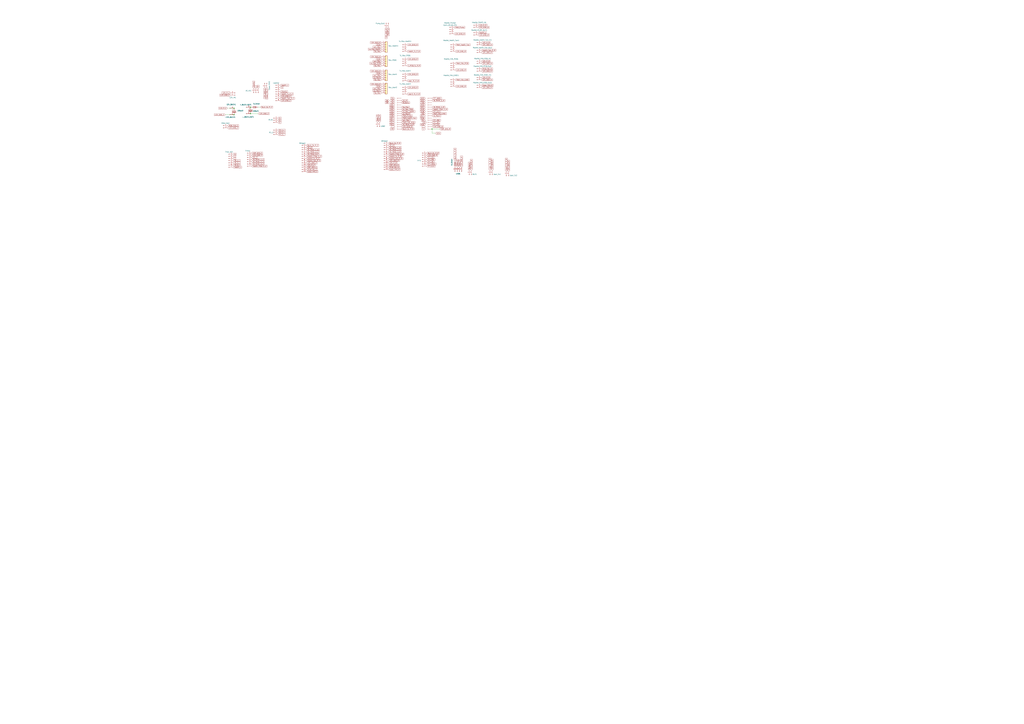
<source format=kicad_sch>
(kicad_sch (version 20250114) (generator "eeschema") (generator_version "9.0")
  (paper "A0")
  (lib_symbols
    (symbol "Conn_01x15_Socket_1" (pin_numbers (hide yes)) (pin_names (offset 1.016) (hide yes))
      (property "Reference" "J" (at 0 20.32 0))
      (property "Value" "Conn_01x15_Socket" (at 0 -20.32 0))
      (symbol "Conn_01x15_Socket_1_1_1"
        (pin passive line (at -5.08 17.78 0) (length 3.81) (name "Pin_1") (number "1"))
        (pin passive line (at -5.08 15.24 0) (length 3.81) (name "Pin_2") (number "2"))
        (pin passive line (at -5.08 12.7 0) (length 3.81) (name "Pin_3") (number "3"))
        (pin passive line (at -5.08 10.16 0) (length 3.81) (name "Pin_4") (number "4"))
        (pin passive line (at -5.08 7.62 0) (length 3.81) (name "Pin_5") (number "5"))
        (pin passive line (at -5.08 5.08 0) (length 3.81) (name "Pin_6") (number "6"))
        (pin passive line (at -5.08 2.54 0) (length 3.81) (name "Pin_7") (number "7"))
        (pin passive line (at -5.08 0 0) (length 3.81) (name "Pin_8") (number "8"))
        (pin passive line (at -5.08 -2.54 0) (length 3.81) (name "Pin_9") (number "9"))
        (pin passive line (at -5.08 -5.08 0) (length 3.81) (name "Pin_10") (number "10"))
        (pin passive line (at -5.08 -7.62 0) (length 3.81) (name "Pin_11") (number "11"))
        (pin passive line (at -5.08 -10.16 0) (length 3.81) (name "Pin_12") (number "12"))
        (pin passive line (at -5.08 -12.7 0) (length 3.81) (name "Pin_13") (number "13"))
        (pin passive line (at -5.08 -15.24 0) (length 3.81) (name "Pin_14") (number "14"))
        (pin passive line (at -5.08 -17.78 0) (length 3.81) (name "Pin_15") (number "15"))
      )
    )
    (symbol "Connector:Conn_01x01_Pin" (pin_names (offset 1.016) (hide yes))
      (property "Reference" "J" (at 0 2.54 0))
      (property "Value" "Conn_01x01_Pin" (at 0 -2.54 0))
      (symbol "Conn_01x01_Pin_1_1"
        (pin passive line (at 5.08 0 180) (length 3.81) (name "Pin_1") (number "1"))
      )
    )
    (symbol "Connector:Conn_01x02_Pin" (pin_names (offset 1.016) (hide yes))
      (property "Reference" "J" (at 0 2.54 0))
      (property "Value" "Conn_01x02_Pin" (at 0 -5.08 0))
      (symbol "Conn_01x02_Pin_1_1"
        (pin passive line (at 5.08 0 180) (length 3.81) (name "Pin_1") (number "1"))
        (pin passive line (at 5.08 -2.54 180) (length 3.81) (name "Pin_2") (number "2"))
      )
    )
    (symbol "Connector:Conn_01x03_Pin" (pin_names (offset 1.016) (hide yes))
      (property "Reference" "J" (at 0 5.08 0))
      (property "Value" "Conn_01x03_Pin" (at 0 -5.08 0))
      (symbol "Conn_01x03_Pin_1_1"
        (pin passive line (at 5.08 2.54 180) (length 3.81) (name "Pin_1") (number "1"))
        (pin passive line (at 5.08 0 180) (length 3.81) (name "Pin_2") (number "2"))
        (pin passive line (at 5.08 -2.54 180) (length 3.81) (name "Pin_3") (number "3"))
      )
    )
    (symbol "Connector:Conn_01x04_Pin" (pin_names (offset 1.016) (hide yes))
      (property "Reference" "J" (at 0 5.08 0))
      (property "Value" "Conn_01x04_Pin" (at 0 -7.62 0))
      (symbol "Conn_01x04_Pin_1_1"
        (pin passive line (at 5.08 2.54 180) (length 3.81) (name "Pin_1") (number "1"))
        (pin passive line (at 5.08 0 180) (length 3.81) (name "Pin_2") (number "2"))
        (pin passive line (at 5.08 -2.54 180) (length 3.81) (name "Pin_3") (number "3"))
        (pin passive line (at 5.08 -5.08 180) (length 3.81) (name "Pin_4") (number "4"))
      )
    )
    (symbol "Connector:Conn_01x07_Pin" (pin_names (offset 1.016) (hide yes))
      (property "Reference" "J" (at 0 10.16 0))
      (property "Value" "Conn_01x07_Pin" (at 0 -10.16 0))
      (symbol "Conn_01x07_Pin_1_1"
        (pin passive line (at 5.08 7.62 180) (length 3.81) (name "Pin_1") (number "1"))
        (pin passive line (at 5.08 5.08 180) (length 3.81) (name "Pin_2") (number "2"))
        (pin passive line (at 5.08 2.54 180) (length 3.81) (name "Pin_3") (number "3"))
        (pin passive line (at 5.08 0 180) (length 3.81) (name "Pin_4") (number "4"))
        (pin passive line (at 5.08 -2.54 180) (length 3.81) (name "Pin_5") (number "5"))
        (pin passive line (at 5.08 -5.08 180) (length 3.81) (name "Pin_6") (number "6"))
        (pin passive line (at 5.08 -7.62 180) (length 3.81) (name "Pin_7") (number "7"))
      )
    )
    (symbol "Connector:Conn_01x08_Pin" (pin_names (offset 1.016) (hide yes))
      (property "Reference" "J" (at 0 10.16 0))
      (property "Value" "Conn_01x08_Pin" (at 0 -12.7 0))
      (symbol "Conn_01x08_Pin_1_1"
        (pin passive line (at 5.08 7.62 180) (length 3.81) (name "Pin_1") (number "1"))
        (pin passive line (at 5.08 5.08 180) (length 3.81) (name "Pin_2") (number "2"))
        (pin passive line (at 5.08 2.54 180) (length 3.81) (name "Pin_3") (number "3"))
        (pin passive line (at 5.08 0 180) (length 3.81) (name "Pin_4") (number "4"))
        (pin passive line (at 5.08 -2.54 180) (length 3.81) (name "Pin_5") (number "5"))
        (pin passive line (at 5.08 -5.08 180) (length 3.81) (name "Pin_6") (number "6"))
        (pin passive line (at 5.08 -7.62 180) (length 3.81) (name "Pin_7") (number "7"))
        (pin passive line (at 5.08 -10.16 180) (length 3.81) (name "Pin_8") (number "8"))
      )
    )
    (symbol "Connector:Conn_01x13_Pin" (pin_names (offset 1.016) (hide yes))
      (property "Reference" "J" (at 0 17.78 0))
      (property "Value" "Conn_01x13_Pin" (at 0 -17.78 0))
      (symbol "Conn_01x13_Pin_1_1"
        (pin passive line (at 5.08 15.24 180) (length 3.81) (name "Pin_1") (number "1"))
        (pin passive line (at 5.08 12.7 180) (length 3.81) (name "Pin_2") (number "2"))
        (pin passive line (at 5.08 10.16 180) (length 3.81) (name "Pin_3") (number "3"))
        (pin passive line (at 5.08 7.62 180) (length 3.81) (name "Pin_4") (number "4"))
        (pin passive line (at 5.08 5.08 180) (length 3.81) (name "Pin_5") (number "5"))
        (pin passive line (at 5.08 2.54 180) (length 3.81) (name "Pin_6") (number "6"))
        (pin passive line (at 5.08 0 180) (length 3.81) (name "Pin_7") (number "7"))
        (pin passive line (at 5.08 -2.54 180) (length 3.81) (name "Pin_8") (number "8"))
        (pin passive line (at 5.08 -5.08 180) (length 3.81) (name "Pin_9") (number "9"))
        (pin passive line (at 5.08 -7.62 180) (length 3.81) (name "Pin_10") (number "10"))
        (pin passive line (at 5.08 -10.16 180) (length 3.81) (name "Pin_11") (number "11"))
        (pin passive line (at 5.08 -12.7 180) (length 3.81) (name "Pin_12") (number "12"))
        (pin passive line (at 5.08 -15.24 180) (length 3.81) (name "Pin_13") (number "13"))
      )
    )
    (symbol "Connector:Conn_01x15_Socket" (pin_numbers (hide yes)) (pin_names (offset 1.016) (hide yes))
      (property "Reference" "J" (at 0 20.32 0))
      (property "Value" "Conn_01x15_Socket" (at 0 -20.32 0))
      (symbol "Conn_01x15_Socket_1_1"
        (pin passive line (at -5.08 17.78 0) (length 3.81) (name "Pin_1") (number "1"))
        (pin passive line (at -5.08 15.24 0) (length 3.81) (name "Pin_2") (number "2"))
        (pin passive line (at -5.08 12.7 0) (length 3.81) (name "Pin_3") (number "3"))
        (pin passive line (at -5.08 10.16 0) (length 3.81) (name "Pin_4") (number "4"))
        (pin passive line (at -5.08 7.62 0) (length 3.81) (name "Pin_5") (number "5"))
        (pin passive line (at -5.08 5.08 0) (length 3.81) (name "Pin_6") (number "6"))
        (pin passive line (at -5.08 2.54 0) (length 3.81) (name "Pin_7") (number "7"))
        (pin passive line (at -5.08 0 0) (length 3.81) (name "Pin_8") (number "8"))
        (pin passive line (at -5.08 -2.54 0) (length 3.81) (name "Pin_9") (number "9"))
        (pin passive line (at -5.08 -5.08 0) (length 3.81) (name "Pin_10") (number "10"))
        (pin passive line (at -5.08 -7.62 0) (length 3.81) (name "Pin_11") (number "11"))
        (pin passive line (at -5.08 -10.16 0) (length 3.81) (name "Pin_12") (number "12"))
        (pin passive line (at -5.08 -12.7 0) (length 3.81) (name "Pin_13") (number "13"))
        (pin passive line (at -5.08 -15.24 0) (length 3.81) (name "Pin_14") (number "14"))
        (pin passive line (at -5.08 -17.78 0) (length 3.81) (name "Pin_15") (number "15"))
      )
    )
    (symbol "Connector_Generic:Conn_01x05" (pin_names (offset 1.016) (hide yes))
      (property "Reference" "J" (at 0 7.62 0))
      (property "Value" "Conn_01x05" (at 0 -7.62 0))
      (symbol "Conn_01x05_1_1"
        (pin passive line (at -5.08 5.08 0) (length 3.81) (name "Pin_1") (number "1"))
        (pin passive line (at -5.08 2.54 0) (length 3.81) (name "Pin_2") (number "2"))
        (pin passive line (at -5.08 0 0) (length 3.81) (name "Pin_3") (number "3"))
        (pin passive line (at -5.08 -2.54 0) (length 3.81) (name "Pin_4") (number "4"))
        (pin passive line (at -5.08 -5.08 0) (length 3.81) (name "Pin_5") (number "5"))
      )
    )
    (symbol "Device:C_Polarized" (pin_numbers (hide yes)) (pin_names (offset 0.254))
      (property "Reference" "C" (at 0.635 2.54 0))
      (property "Value" "C_Polarized" (at 0.635 -2.54 0))
      (symbol "C_Polarized_1_1"
        (pin passive line (at 0 3.81 270) (length 2.794) (name "~") (number "1"))
        (pin passive line (at 0 -3.81 90) (length 2.794) (name "~") (number "2"))
      )
    )
    (symbol "Device:D_Zener" (pin_numbers (hide yes)) (pin_names (offset 1.016) (hide yes))
      (property "Reference" "D" (at 0 2.54 0))
      (property "Value" "D_Zener" (at 0 -2.54 0))
      (symbol "D_Zener_1_1"
        (pin passive line (at -3.81 0 0) (length 2.54) (name "K") (number "1"))
        (pin passive line (at 3.81 0 180) (length 2.54) (name "A") (number "2"))
      )
    )
  )
  (junction (at 290.83 132.08))
  (junction (at 271.78 125.73))
  (junction (at 290.83 124.46))
  (junction (at 501.65 149.86))
  (junction (at 271.78 133.35))
  (wire (pts (xy 292.1 124.46) (xy 290.83 124.46)))
  (wire (pts (xy 299.72 124.46) (xy 302.26 124.46)))
  (wire (pts (xy 299.72 132.08) (xy 290.83 132.08)))
  (wire (pts (xy 501.65 149.86) (xy 510.54 149.86)))
  (wire (pts (xy 501.65 154.94) (xy 505.46 154.94)))
  (wire (pts (xy 261.62 133.35) (xy 271.78 133.35)))
  (wire (pts (xy 501.65 149.86) (xy 501.65 154.94)))
  (wire (pts (xy 264.16 125.73) (xy 271.78 125.73)))
  (global_label "HotAir_Fan_P_M" (shape input) (at 558.8 58.42 0) (property "Intersheetrefs" "${INTERSHEET_REFS}" (effects (hide yes))))
  (global_label "cs_Max4" (shape input) (at 501.65 134.62 0) (property "Intersheetrefs" "${INTERSHEET_REFS}" (effects (hide yes))))
  (global_label "PCB_FAN_M" (shape input) (at 450.85 194.31 0) (property "Intersheetrefs" "${INTERSHEET_REFS}" (effects (hide yes))))
  (global_label "12V_GND_M" (shape input) (at 528.32 100.33 0) (property "Intersheetrefs" "${INTERSHEET_REFS}" (effects (hide yes))))
  (global_label "12V_GND_Z" (shape input) (at 299.72 132.08 0) (property "Intersheetrefs" "${INTERSHEET_REFS}" (effects (hide yes))))
  (global_label "So_Max" (shape input) (at 443.23 76.2 180) (property "Intersheetrefs" "${INTERSHEET_REFS}" (effects (hide yes))))
  (global_label "ZC_M" (shape input) (at 450.85 168.91 0) (property "Intersheetrefs" "${INTERSHEET_REFS}" (effects (hide yes))))
  (global_label "RX0" (shape input) (at 494.03 121.92 180) (property "Intersheetrefs" "${INTERSHEET_REFS}" (effects (hide yes))))
  (global_label "PWM_HotAir_Fan" (shape input) (at 528.32 52.07 0) (property "Intersheetrefs" "${INTERSHEET_REFS}" (effects (hide yes))))
  (global_label "12V_GND_M" (shape input) (at 558.8 82.55 0) (property "Intersheetrefs" "${INTERSHEET_REFS}" (effects (hide yes))))
  (global_label "HotAir_Tc_P_Z" (shape input) (at 325.12 109.22 0) (property "Intersheetrefs" "${INTERSHEET_REFS}" (effects (hide yes))))
  (global_label "12V_GND_M" (shape input) (at 558.8 101.6 0) (property "Intersheetrefs" "${INTERSHEET_REFS}" (effects (hide yes))))
  (global_label "12V_GND_Z" (shape input) (at 325.12 116.84 0) (property "Intersheetrefs" "${INTERSHEET_REFS}" (effects (hide yes))))
  (global_label "N" (shape input) (at 299.72 102.87 90) (property "Intersheetrefs" "${INTERSHEET_REFS}" (effects (hide yes))))
  (global_label "So_Max" (shape input) (at 443.23 92.71 180) (property "Intersheetrefs" "${INTERSHEET_REFS}" (effects (hide yes))))
  (global_label "HotAir_Triak_1_M" (shape input) (at 501.65 127 0) (property "Intersheetrefs" "${INTERSHEET_REFS}" (effects (hide yes))))
  (global_label "12V_GND_M" (shape input) (at 448.31 31.75 270) (property "Intersheetrefs" "${INTERSHEET_REFS}" (effects (hide yes))))
  (global_label "TFT_CS" (shape input) (at 501.65 144.78 0) (property "Intersheetrefs" "${INTERSHEET_REFS}" (effects (hide yes))))
  (global_label "12V_GND_M" (shape input) (at 547.37 198.12 90) (property "Intersheetrefs" "${INTERSHEET_REFS}" (effects (hide yes))))
  (global_label "PUMP_p" (shape input) (at 450.85 31.75 270) (property "Intersheetrefs" "${INTERSHEET_REFS}" (effects (hide yes))))
  (global_label "D21" (shape input) (at 494.03 124.46 180) (property "Intersheetrefs" "${INTERSHEET_REFS}" (effects (hide yes))))
  (global_label "12V_GND_M" (shape input) (at 558.8 73.66 0) (property "Intersheetrefs" "${INTERSHEET_REFS}" (effects (hide yes))))
  (global_label "Data_M" (shape input) (at 440.69 142.24 90) (property "Intersheetrefs" "${INTERSHEET_REFS}" (effects (hide yes))))
  (global_label "D26" (shape input) (at 458.47 134.62 180) (property "Intersheetrefs" "${INTERSHEET_REFS}" (effects (hide yes))))
  (global_label "HotAir_Triak_1_Z" (shape input) (at 355.6 181.61 0) (property "Intersheetrefs" "${INTERSHEET_REFS}" (effects (hide yes))))
  (global_label "Buttons" (shape input) (at 544.83 198.12 90) (property "Intersheetrefs" "${INTERSHEET_REFS}" (effects (hide yes))))
  (global_label "TX0" (shape input) (at 494.03 119.38 180) (property "Intersheetrefs" "${INTERSHEET_REFS}" (effects (hide yes))))
  (global_label "VN" (shape input) (at 458.47 119.38 180) (property "Intersheetrefs" "${INTERSHEET_REFS}" (effects (hide yes))))
  (global_label "D32" (shape input) (at 458.47 127 180) (property "Intersheetrefs" "${INTERSHEET_REFS}" (effects (hide yes))))
  (global_label "sck_Max" (shape input) (at 443.23 71.12 180) (property "Intersheetrefs" "${INTERSHEET_REFS}" (effects (hide yes))))
  (global_label "Data_M" (shape input) (at 530.86 194.31 90) (property "Intersheetrefs" "${INTERSHEET_REFS}" (effects (hide yes))))
  (global_label "HotAir_Triak_1_Z" (shape input) (at 292.1 193.04 0) (property "Intersheetrefs" "${INTERSHEET_REFS}" (effects (hide yes))))
  (global_label "Case_FAN_Z" (shape input) (at 355.6 199.39 0) (property "Intersheetrefs" "${INTERSHEET_REFS}" (effects (hide yes))))
  (global_label "So_Max" (shape input) (at 443.23 59.69 180) (property "Intersheetrefs" "${INTERSHEET_REFS}" (effects (hide yes))))
  (global_label "HotAir_L" (shape input) (at 270.51 194.31 0) (property "Intersheetrefs" "${INTERSHEET_REFS}" (effects (hide yes))))
  (global_label "IR_TRIAK_2_Z" (shape input) (at 355.6 176.53 0) (property "Intersheetrefs" "${INTERSHEET_REFS}" (effects (hide yes))))
  (global_label "3.3v" (shape input) (at 443.23 100.33 180) (property "Intersheetrefs" "${INTERSHEET_REFS}" (effects (hide yes))))
  (global_label "D2" (shape input) (at 495.3 142.24 180) (property "Intersheetrefs" "${INTERSHEET_REFS}" (effects (hide yes))))
  (global_label "Data_P" (shape input) (at 438.15 142.24 90) (property "Intersheetrefs" "${INTERSHEET_REFS}" (effects (hide yes))))
  (global_label "TFT_RST" (shape input) (at 501.65 139.7 0) (property "Intersheetrefs" "${INTERSHEET_REFS}" (effects (hide yes))))
  (global_label "HotAir_Tc_P_M" (shape input) (at 472.44 59.69 0) (property "Intersheetrefs" "${INTERSHEET_REFS}" (effects (hide yes))))
  (global_label "IR_TRIAK_3_M" (shape input) (at 450.85 176.53 0) (property "Intersheetrefs" "${INTERSHEET_REFS}" (effects (hide yes))))
  (global_label "ZC_Z" (shape input) (at 292.1 182.88 0) (property "Intersheetrefs" "${INTERSHEET_REFS}" (effects (hide yes))))
  (global_label "D15" (shape input) (at 494.03 144.78 180) (property "Intersheetrefs" "${INTERSHEET_REFS}" (effects (hide yes))))
  (global_label "D27" (shape input) (at 458.47 137.16 180) (property "Intersheetrefs" "${INTERSHEET_REFS}" (effects (hide yes))))
  (global_label "HotAir_Triak_1_M" (shape input) (at 450.85 179.07 0) (property "Intersheetrefs" "${INTERSHEET_REFS}" (effects (hide yes))))
  (global_label "3.3v" (shape input) (at 505.46 154.94 0) (property "Intersheetrefs" "${INTERSHEET_REFS}" (effects (hide yes))))
  (global_label "ESP_3V3_Z" (shape input) (at 292.1 177.8 0) (property "Intersheetrefs" "${INTERSHEET_REFS}" (effects (hide yes))))
  (global_label "12V_GND_M" (shape input) (at 558.8 52.07 0) (property "Intersheetrefs" "${INTERSHEET_REFS}" (effects (hide yes))))
  (global_label "12V_GND_M" (shape input) (at 472.44 68.58 0) (property "Intersheetrefs" "${INTERSHEET_REFS}" (effects (hide yes))))
  (global_label "12V_GND_M" (shape input) (at 472.44 86.36 0) (property "Intersheetrefs" "${INTERSHEET_REFS}" (effects (hide yes))))
  (global_label "12V_GND_M" (shape input) (at 472.44 101.6 0) (property "Intersheetrefs" "${INTERSHEET_REFS}" (effects (hide yes))))
  (global_label "TFT_CS" (shape input) (at 495.3 182.88 0) (property "Intersheetrefs" "${INTERSHEET_REFS}" (effects (hide yes))))
  (global_label "User_TC_P_M" (shape input) (at 472.44 93.98 0) (property "Intersheetrefs" "${INTERSHEET_REFS}" (effects (hide yes))))
  (global_label "HotAir_Tc_P_Z" (shape input) (at 355.6 184.15 0) (property "Intersheetrefs" "${INTERSHEET_REFS}" (effects (hide yes))))
  (global_label "Data_P" (shape input) (at 533.4 194.31 90) (property "Intersheetrefs" "${INTERSHEET_REFS}" (effects (hide yes))))
  (global_label "D4" (shape input) (at 494.03 139.7 180) (property "Intersheetrefs" "${INTERSHEET_REFS}" (effects (hide yes))))
  (global_label "12V_GND_Z" (shape input) (at 307.34 101.6 270) (property "Intersheetrefs" "${INTERSHEET_REFS}" (effects (hide yes))))
  (global_label "12V_GND_M" (shape input) (at 495.3 180.34 0) (property "Intersheetrefs" "${INTERSHEET_REFS}" (effects (hide yes))))
  (global_label "PCB_FAN_Z" (shape input) (at 355.6 196.85 0) (property "Intersheetrefs" "${INTERSHEET_REFS}" (effects (hide yes))))
  (global_label "N" (shape input) (at 322.58 142.24 0) (property "Intersheetrefs" "${INTERSHEET_REFS}" (effects (hide yes))))
  (global_label "12V_GND_M" (shape input) (at 558.8 60.96 0) (property "Intersheetrefs" "${INTERSHEET_REFS}" (effects (hide yes))))
  (global_label "D19" (shape input) (at 494.03 127 180) (property "Intersheetrefs" "${INTERSHEET_REFS}" (effects (hide yes))))
  (global_label "+" (shape input) (at 494.03 149.86 180) (property "Intersheetrefs" "${INTERSHEET_REFS}" (effects (hide yes))))
  (global_label "So_Max" (shape input) (at 466.09 124.46 0) (property "Intersheetrefs" "${INTERSHEET_REFS}" (effects (hide yes))))
  (global_label "12V_GND_M" (shape input) (at 501.65 147.32 0) (property "Intersheetrefs" "${INTERSHEET_REFS}" (effects (hide yes))))
  (global_label "D16" (shape input) (at 494.03 137.16 180) (property "Intersheetrefs" "${INTERSHEET_REFS}" (effects (hide yes))))
  (global_label "Buck_5v_P_Z" (shape input) (at 355.6 168.91 0) (property "Intersheetrefs" "${INTERSHEET_REFS}" (effects (hide yes))))
  (global_label "Buck_5v_P_M" (shape input) (at 466.09 149.86 0) (property "Intersheetrefs" "${INTERSHEET_REFS}" (effects (hide yes))))
  (global_label "Case_FAN_M" (shape input) (at 558.8 99.06 0) (property "Intersheetrefs" "${INTERSHEET_REFS}" (effects (hide yes))))
  (global_label "PWM_Pump" (shape input) (at 527.05 31.75 0) (property "Intersheetrefs" "${INTERSHEET_REFS}" (effects (hide yes))))
  (global_label "IR_2_L" (shape input) (at 322.58 153.67 0) (property "Intersheetrefs" "${INTERSHEET_REFS}" (effects (hide yes))))
  (global_label "12V_GND_Z" (shape input) (at 267.97 110.49 180) (property "Intersheetrefs" "${INTERSHEET_REFS}" (effects (hide yes))))
  (global_label "L" (shape input) (at 270.51 184.15 0) (property "Intersheetrefs" "${INTERSHEET_REFS}" (effects (hide yes))))
  (global_label "D14" (shape input) (at 458.47 139.7 180) (property "Intersheetrefs" "${INTERSHEET_REFS}" (effects (hide yes))))
  (global_label "12V_GND_M" (shape input) (at 528.32 81.28 0) (property "Intersheetrefs" "${INTERSHEET_REFS}" (effects (hide yes))))
  (global_label "3.3v" (shape input) (at 443.23 85.09 180) (property "Intersheetrefs" "${INTERSHEET_REFS}" (effects (hide yes))))
  (global_label "N" (shape input) (at 325.12 101.6 0) (property "Intersheetrefs" "${INTERSHEET_REFS}" (effects (hide yes))))
  (global_label "PCB_FAN_M" (shape input) (at 558.8 80.01 0) (property "Intersheetrefs" "${INTERSHEET_REFS}" (effects (hide yes))))
  (global_label "IR_TRIAK_3_Z" (shape input) (at 355.6 179.07 0) (property "Intersheetrefs" "${INTERSHEET_REFS}" (effects (hide yes))))
  (global_label "12V_P_M" (shape input) (at 558.8 71.12 0) (property "Intersheetrefs" "${INTERSHEET_REFS}" (effects (hide yes))))
  (global_label "L" (shape input) (at 297.18 102.87 90) (property "Intersheetrefs" "${INTERSHEET_REFS}" (effects (hide yes))))
  (global_label "TFT_RST" (shape input) (at 495.3 185.42 0) (property "Intersheetrefs" "${INTERSHEET_REFS}" (effects (hide yes))))
  (global_label "PWM_HotAir_Fan" (shape input) (at 466.09 137.16 0) (property "Intersheetrefs" "${INTERSHEET_REFS}" (effects (hide yes))))
  (global_label "EN" (shape input) (at 458.47 114.3 180) (property "Intersheetrefs" "${INTERSHEET_REFS}" (effects (hide yes))))
  (global_label "12V_GND_M" (shape input) (at 590.55 199.39 90) (property "Intersheetrefs" "${INTERSHEET_REFS}" (effects (hide yes))))
  (global_label "PCB_FAN_Z" (shape input) (at 264.16 146.05 0) (property "Intersheetrefs" "${INTERSHEET_REFS}" (effects (hide yes))))
  (global_label "12V_P_M" (shape input) (at 558.8 49.53 0) (property "Intersheetrefs" "${INTERSHEET_REFS}" (effects (hide yes))))
  (global_label "HotAir_Fan_P_Z" (shape input) (at 325.12 114.3 0) (property "Intersheetrefs" "${INTERSHEET_REFS}" (effects (hide yes))))
  (global_label "IR_TRIAK_3_M" (shape input) (at 466.09 144.78 0) (property "Intersheetrefs" "${INTERSHEET_REFS}" (effects (hide yes))))
  (global_label "12V_GND_M" (shape input) (at 443.23 49.53 180) (property "Intersheetrefs" "${INTERSHEET_REFS}" (effects (hide yes))))
  (global_label "D18" (shape input) (at 494.03 129.54 180) (property "Intersheetrefs" "${INTERSHEET_REFS}" (effects (hide yes))))
  (global_label "L" (shape input) (at 270.51 181.61 0) (property "Intersheetrefs" "${INTERSHEET_REFS}" (effects (hide yes))))
  (global_label "cs_Max3" (shape input) (at 443.23 90.17 180) (property "Intersheetrefs" "${INTERSHEET_REFS}" (effects (hide yes))))
  (global_label "12V_GND_M" (shape input) (at 528.32 59.69 0) (property "Intersheetrefs" "${INTERSHEET_REFS}" (effects (hide yes))))
  (global_label "12V_GND_M" (shape input) (at 443.23 97.79 180) (property "Intersheetrefs" "${INTERSHEET_REFS}" (effects (hide yes))))
  (global_label "TFT_CLK" (shape input) (at 495.3 193.04 0) (property "Intersheetrefs" "${INTERSHEET_REFS}" (effects (hide yes))))
  (global_label "12V_GND_M" (shape input) (at 554.99 40.64 0) (property "Intersheetrefs" "${INTERSHEET_REFS}" (effects (hide yes))))
  (global_label "cs_Max3" (shape input) (at 466.09 132.08 0) (property "Intersheetrefs" "${INTERSHEET_REFS}" (effects (hide yes))))
  (global_label "PWM_FAN_CASE" (shape input) (at 528.32 92.71 0) (property "Intersheetrefs" "${INTERSHEET_REFS}" (effects (hide yes))))
  (global_label "12V_GND_M" (shape input) (at 443.23 82.55 180) (property "Intersheetrefs" "${INTERSHEET_REFS}" (effects (hide yes))))
  (global_label "PWM_FAN_PCB" (shape input) (at 528.32 73.66 0) (property "Intersheetrefs" "${INTERSHEET_REFS}" (effects (hide yes))))
  (global_label "D35" (shape input) (at 458.47 124.46 180) (property "Intersheetrefs" "${INTERSHEET_REFS}" (effects (hide yes))))
  (global_label "3.3v" (shape input) (at 443.23 68.58 180) (property "Intersheetrefs" "${INTERSHEET_REFS}" (effects (hide yes))))
  (global_label "IR_TRIAK_1_m" (shape input) (at 355.6 173.99 0) (property "Intersheetrefs" "${INTERSHEET_REFS}" (effects (hide yes))))
  (global_label "N" (shape input) (at 322.58 139.7 0) (property "Intersheetrefs" "${INTERSHEET_REFS}" (effects (hide yes))))
  (global_label "12V_GND_Z" (shape input) (at 292.1 180.34 0) (property "Intersheetrefs" "${INTERSHEET_REFS}" (effects (hide yes))))
  (global_label "12V_GND_M" (shape input) (at 443.23 66.04 180) (property "Intersheetrefs" "${INTERSHEET_REFS}" (effects (hide yes))))
  (global_label "TFT_CLK" (shape input) (at 501.65 129.54 0) (property "Intersheetrefs" "${INTERSHEET_REFS}" (effects (hide yes))))
  (global_label "Buck_5v_P_M" (shape input) (at 450.85 166.37 0) (property "Intersheetrefs" "${INTERSHEET_REFS}" (effects (hide yes))))
  (global_label "HotAir_Fan_P_M" (shape input) (at 450.85 184.15 0) (property "Intersheetrefs" "${INTERSHEET_REFS}" (effects (hide yes))))
  (global_label "12V_P_Z" (shape input) (at 355.6 191.77 0) (property "Intersheetrefs" "${INTERSHEET_REFS}" (effects (hide yes))))
  (global_label "12V_GND_M" (shape input) (at 450.85 186.69 0) (property "Intersheetrefs" "${INTERSHEET_REFS}" (effects (hide yes))))
  (global_label "IR_TRIAK_2_Z" (shape input) (at 292.1 187.96 0) (property "Intersheetrefs" "${INTERSHEET_REFS}" (effects (hide yes))))
  (global_label "Buck_5v_P_M" (shape input) (at 528.32 186.69 90) (property "Intersheetrefs" "${INTERSHEET_REFS}" (effects (hide yes))))
  (global_label "cs_Max_PCB" (shape input) (at 443.23 73.66 180) (property "Intersheetrefs" "${INTERSHEET_REFS}" (effects (hide yes))))
  (global_label "-" (shape input) (at 458.47 147.32 180) (property "Intersheetrefs" "${INTERSHEET_REFS}" (effects (hide yes))))
  (global_label "Buck_5v_P_M" (shape input) (at 495.3 177.8 0) (property "Intersheetrefs" "${INTERSHEET_REFS}" (effects (hide yes))))
  (global_label "IR_1_L" (shape input) (at 270.51 186.69 0) (property "Intersheetrefs" "${INTERSHEET_REFS}" (effects (hide yes))))
  (global_label "VIN" (shape input) (at 458.47 149.86 180) (property "Intersheetrefs" "${INTERSHEET_REFS}" (effects (hide yes))))
  (global_label "IR_2_L" (shape input) (at 270.51 189.23 0) (property "Intersheetrefs" "${INTERSHEET_REFS}" (effects (hide yes))))
  (global_label "HotAir_L" (shape input) (at 325.12 99.06 0) (property "Intersheetrefs" "${INTERSHEET_REFS}" (effects (hide yes))))
  (global_label "12V_GND_M" (shape input) (at 554.99 31.75 0) (property "Intersheetrefs" "${INTERSHEET_REFS}" (effects (hide yes))))
  (global_label "IR_TRIAK_1_M" (shape input) (at 450.85 171.45 0) (property "Intersheetrefs" "${INTERSHEET_REFS}" (effects (hide yes))))
  (global_label "12V_GND_Z" (shape input) (at 325.12 111.76 0) (property "Intersheetrefs" "${INTERSHEET_REFS}" (effects (hide yes))))
  (global_label "D12" (shape input) (at 458.47 142.24 180) (property "Intersheetrefs" "${INTERSHEET_REFS}" (effects (hide yes))))
  (global_label "Buck_5v_P_Z" (shape input) (at 302.26 124.46 0) (property "Intersheetrefs" "${INTERSHEET_REFS}" (effects (hide yes))))
  (global_label "Case_FAN_M" (shape input) (at 450.85 196.85 0) (property "Intersheetrefs" "${INTERSHEET_REFS}" (effects (hide yes))))
  (global_label "D33" (shape input) (at 458.47 129.54 180) (property "Intersheetrefs" "${INTERSHEET_REFS}" (effects (hide yes))))
  (global_label "TFT_MOSI" (shape input) (at 501.65 114.3 0) (property "Intersheetrefs" "${INTERSHEET_REFS}" (effects (hide yes))))
  (global_label "IR_TRIAK_2_M" (shape input) (at 501.65 116.84 0) (property "Intersheetrefs" "${INTERSHEET_REFS}" (effects (hide yes))))
  (global_label "ZC_Z" (shape input) (at 355.6 171.45 0) (property "Intersheetrefs" "${INTERSHEET_REFS}" (effects (hide yes))))
  (global_label "sck_Max" (shape input) (at 443.23 54.61 180) (property "Intersheetrefs" "${INTERSHEET_REFS}" (effects (hide yes))))
  (global_label "cs_Max4" (shape input) (at 443.23 105.41 180) (property "Intersheetrefs" "${INTERSHEET_REFS}" (effects (hide yes))))
  (global_label "User2_TC_P_M" (shape input) (at 588.01 199.39 90) (property "Intersheetrefs" "${INTERSHEET_REFS}" (effects (hide yes))))
  (global_label "PWM_Pump" (shape input) (at 466.09 134.62 0) (property "Intersheetrefs" "${INTERSHEET_REFS}" (effects (hide yes))))
  (global_label "cs_Max_PCB" (shape input) (at 466.09 127 0) (property "Intersheetrefs" "${INTERSHEET_REFS}" (effects (hide yes))))
  (global_label "N" (shape input) (at 270.51 179.07 0) (property "Intersheetrefs" "${INTERSHEET_REFS}" (effects (hide yes))))
  (global_label "12V_P_M" (shape input) (at 558.8 90.17 0) (property "Intersheetrefs" "${INTERSHEET_REFS}" (effects (hide yes))))
  (global_label "TFT_DC" (shape input) (at 501.65 142.24 0) (property "Intersheetrefs" "${INTERSHEET_REFS}" (effects (hide yes))))
  (global_label "HotAir_Tc_P_M" (shape input) (at 450.85 181.61 0) (property "Intersheetrefs" "${INTERSHEET_REFS}" (effects (hide yes))))
  (global_label "PUMP_p" (shape input) (at 554.99 38.1 0) (property "Intersheetrefs" "${INTERSHEET_REFS}" (effects (hide yes))))
  (global_label "D22" (shape input) (at 494.03 116.84 180) (property "Intersheetrefs" "${INTERSHEET_REFS}" (effects (hide yes))))
  (global_label "User_TC_P_M" (shape input) (at 568.96 198.12 90) (property "Intersheetrefs" "${INTERSHEET_REFS}" (effects (hide yes))))
  (global_label "cs_Max_HotAir" (shape input) (at 443.23 57.15 180) (property "Intersheetrefs" "${INTERSHEET_REFS}" (effects (hide yes))))
  (global_label "D25" (shape input) (at 458.47 132.08 180) (property "Intersheetrefs" "${INTERSHEET_REFS}" (effects (hide yes))))
  (global_label "12V_GND_Z" (shape input) (at 264.16 148.59 0) (property "Intersheetrefs" "${INTERSHEET_REFS}" (effects (hide yes))))
  (global_label "D34" (shape input) (at 458.47 121.92 180) (property "Intersheetrefs" "${INTERSHEET_REFS}" (effects (hide yes))))
  (global_label "12V_GND_M" (shape input) (at 571.5 198.12 90) (property "Intersheetrefs" "${INTERSHEET_REFS}" (effects (hide yes))))
  (global_label "-" (shape input) (at 494.03 147.32 180) (property "Intersheetrefs" "${INTERSHEET_REFS}" (effects (hide yes))))
  (global_label "12V_GND_Z" (shape input) (at 355.6 189.23 0) (property "Intersheetrefs" "${INTERSHEET_REFS}" (effects (hide yes))))
  (global_label "PWM_FAN_CASE" (shape input) (at 501.65 132.08 0) (property "Intersheetrefs" "${INTERSHEET_REFS}" (effects (hide yes))))
  (global_label "12V_GND_Z" (shape input) (at 261.62 133.35 180) (property "Intersheetrefs" "${INTERSHEET_REFS}" (effects (hide yes))))
  (global_label "N" (shape input) (at 322.58 137.16 0) (property "Intersheetrefs" "${INTERSHEET_REFS}" (effects (hide yes))))
  (global_label "ZC_M" (shape input) (at 466.09 116.84 0) (property "Intersheetrefs" "${INTERSHEET_REFS}" (effects (hide yes))))
  (global_label "Ziemia" (shape input) (at 294.64 102.87 90) (property "Intersheetrefs" "${INTERSHEET_REFS}" (effects (hide yes))))
  (global_label "12V_GND_M" (shape input) (at 472.44 52.07 0) (property "Intersheetrefs" "${INTERSHEET_REFS}" (effects (hide yes))))
  (global_label "PWM_FAN_PCB" (shape input) (at 466.09 142.24 0) (property "Intersheetrefs" "${INTERSHEET_REFS}" (effects (hide yes))))
  (global_label "D17" (shape input) (at 494.03 134.62 180) (property "Intersheetrefs" "${INTERSHEET_REFS}" (effects (hide yes))))
  (global_label "ESP_3V3_M" (shape input) (at 450.85 191.77 0) (property "Intersheetrefs" "${INTERSHEET_REFS}" (effects (hide yes))))
  (global_label "So_Max" (shape input) (at 443.23 107.95 180) (property "Intersheetrefs" "${INTERSHEET_REFS}" (effects (hide yes))))
  (global_label "cs_Max_HotAir" (shape input) (at 466.09 129.54 0) (property "Intersheetrefs" "${INTERSHEET_REFS}" (effects (hide yes))))
  (global_label "3.3v" (shape input) (at 443.23 52.07 180) (property "Intersheetrefs" "${INTERSHEET_REFS}" (effects (hide yes))))
  (global_label "IR_3_L" (shape input) (at 322.58 156.21 0) (property "Intersheetrefs" "${INTERSHEET_REFS}" (effects (hide yes))))
  (global_label "Ziemia" (shape input) (at 325.12 106.68 0) (property "Intersheetrefs" "${INTERSHEET_REFS}" (effects (hide yes))))
  (global_label "1_PCB_Tc_P_M" (shape input) (at 472.44 76.2 0) (property "Intersheetrefs" "${INTERSHEET_REFS}" (effects (hide yes))))
  (global_label "IR_TRIAK_1_Z" (shape input) (at 292.1 185.42 0) (property "Intersheetrefs" "${INTERSHEET_REFS}" (effects (hide yes))))
  (global_label "IR_TRIAK_3_Z" (shape input) (at 292.1 190.5 0) (property "Intersheetrefs" "${INTERSHEET_REFS}" (effects (hide yes))))
  (global_label "Case_FAN_Z" (shape input) (at 309.88 101.6 270) (property "Intersheetrefs" "${INTERSHEET_REFS}" (effects (hide yes))))
  (global_label "IR_1_L" (shape input) (at 322.58 151.13 0) (property "Intersheetrefs" "${INTERSHEET_REFS}" (effects (hide yes))))
  (global_label "12V_GND_M" (shape input) (at 558.8 92.71 0) (property "Intersheetrefs" "${INTERSHEET_REFS}" (effects (hide yes))))
  (global_label "12V_GND_M" (shape input) (at 535.94 194.31 90) (property "Intersheetrefs" "${INTERSHEET_REFS}" (effects (hide yes))))
  (global_label "12V_GND_M" (shape input) (at 527.05 39.37 0) (property "Intersheetrefs" "${INTERSHEET_REFS}" (effects (hide yes))))
  (global_label "TFT_MOSI" (shape input) (at 495.3 190.5 0) (property "Intersheetrefs" "${INTERSHEET_REFS}" (effects (hide yes))))
  (global_label "12V_P_Z" (shape input) (at 264.16 125.73 180) (property "Intersheetrefs" "${INTERSHEET_REFS}" (effects (hide yes))))
  (global_label "12V_P_Z" (shape input) (at 267.97 107.95 180) (property "Intersheetrefs" "${INTERSHEET_REFS}" (effects (hide yes))))
  (global_label "sck_Max" (shape input) (at 443.23 87.63 180) (property "Intersheetrefs" "${INTERSHEET_REFS}" (effects (hide yes))))
  (global_label "ESP_3V3_M" (shape input) (at 510.54 149.86 0) (property "Intersheetrefs" "${INTERSHEET_REFS}" (effects (hide yes))))
  (global_label "39" (shape input) (at 452.12 119.38 180) (property "Intersheetrefs" "${INTERSHEET_REFS}" (effects (hide yes))))
  (global_label "D23" (shape input) (at 494.03 114.3 180) (property "Intersheetrefs" "${INTERSHEET_REFS}" (effects (hide yes))))
  (global_label "User2_TC_P_M" (shape input) (at 472.44 109.22 0) (property "Intersheetrefs" "${INTERSHEET_REFS}" (effects (hide yes))))
  (global_label "12V_P_M" (shape input) (at 554.99 29.21 0) (property "Intersheetrefs" "${INTERSHEET_REFS}" (effects (hide yes))))
  (global_label "IR_3_L" (shape input) (at 270.51 191.77 0) (property "Intersheetrefs" "${INTERSHEET_REFS}" (effects (hide yes))))
  (global_label "sck_Max" (shape input) (at 466.09 139.7 0) (property "Intersheetrefs" "${INTERSHEET_REFS}" (effects (hide yes))))
  (global_label "IR_TRIAK_1_M" (shape input) (at 501.65 124.46 0) (property "Intersheetrefs" "${INTERSHEET_REFS}" (effects (hide yes))))
  (global_label "ESP_3V3_Z" (shape input) (at 355.6 194.31 0) (property "Intersheetrefs" "${INTERSHEET_REFS}" (effects (hide yes))))
  (global_label "IR_TRIAK_2_M" (shape input) (at 450.85 173.99 0) (property "Intersheetrefs" "${INTERSHEET_REFS}" (effects (hide yes))))
  (global_label "Buttons" (shape input) (at 466.09 119.38 0) (property "Intersheetrefs" "${INTERSHEET_REFS}" (effects (hide yes))))
  (global_label "D13" (shape input) (at 458.47 144.78 180) (property "Intersheetrefs" "${INTERSHEET_REFS}" (effects (hide yes))))
  (global_label "VP" (shape input) (at 458.47 116.84 180) (property "Intersheetrefs" "${INTERSHEET_REFS}" (effects (hide yes))))
  (global_label "sck_Max" (shape input) (at 443.23 102.87 180) (property "Intersheetrefs" "${INTERSHEET_REFS}" (effects (hide yes))))
  (global_label "TFT_DC" (shape input) (at 495.3 187.96 0) (property "Intersheetrefs" "${INTERSHEET_REFS}" (effects (hide yes))))
  (global_label "12V_GND_M" (shape input) (at 466.09 147.32 0) (property "Intersheetrefs" "${INTERSHEET_REFS}" (effects (hide yes))))
  (global_label "D5" (shape input) (at 494.03 132.08 180) (property "Intersheetrefs" "${INTERSHEET_REFS}" (effects (hide yes))))
  (global_label "12V_P_M" (shape input) (at 450.85 189.23 0) (property "Intersheetrefs" "${INTERSHEET_REFS}" (effects (hide yes))))
  (global_label "HotAir_Fan_P_Z" (shape input) (at 355.6 186.69 0) (property "Intersheetrefs" "${INTERSHEET_REFS}" (effects (hide yes))))
  (global_label "36" (shape input) (at 452.12 116.84 180) (property "Intersheetrefs" "${INTERSHEET_REFS}" (effects (hide yes))))
  (symbol (lib_id "Connector:Conn_01x02_Pin") (at 553.72 90.17 0) (unit 1)
    (property "Reference" "Mosfet_FAN_CASE_In1" (at 560.324 87.122 0))
    (property "Value" "Conn_01x02_Pin" (effects (hide yes)))
    (property "Footprint" "Connector_Phoenix_MC_HighVoltage:PhoenixContact_MCV_1,5_2-G-5.08_1x02_P5.08mm_Vertical" (effects (hide yes)))
    (property "Description" "Generic connector, single row, 01x02, script generated" (effects (hide yes)))
  )
  (symbol (lib_id "Connector_Generic:Conn_01x05") (at 448.31 54.61 0) (unit 1)
    (property "Reference" "Max_HotAir1" (at 450.85 53.3399 0) (effects (justify left)))
    (property "Value" "Conn_01x05" (effects (hide yes)))
    (property "Footprint" "Connector_PinHeader_2.54mm:PinHeader_1x05_P2.54mm_Vertical" (effects (hide yes)))
    (property "Description" "Generic connector, single row, 01x05, script generated (kicad-library-utils/schlib/autogen/connector/)" (effects (hide yes)))
  )
  (symbol (lib_id "Connector:Conn_01x02_Pin") (at 568.96 203.2 90) (unit 1)
    (property "Reference" "User_Tc1" (at 572.77 202.5649 90) (effects (justify right)))
    (property "Value" "Conn_01x02_Pin" (effects (hide yes)))
    (property "Footprint" "Connector_PinHeader_2.54mm:PinHeader_1x02_P2.54mm_Vertical" (effects (hide yes)))
    (property "Description" "Generic connector, single row, 01x02, script generated" (effects (hide yes)))
  )
  (symbol (lib_id "Connector:Conn_01x02_Pin") (at 553.72 80.01 0) (unit 1)
    (property "Reference" "Mosfet_FAN_PCB_Out1" (at 560.324 76.962 0))
    (property "Value" "Conn_01x02_Pin" (effects (hide yes)))
    (property "Footprint" "Connector_Phoenix_MC_HighVoltage:PhoenixContact_MCV_1,5_2-G-5.08_1x02_P5.08mm_Vertical" (effects (hide yes)))
    (property "Description" "Generic connector, single row, 01x02, script generated" (effects (hide yes)))
  )
  (symbol (lib_id "Connector:Conn_01x13_Pin") (at 445.77 181.61 0) (unit 1)
    (property "Reference" "Bridge2" (at 446.405 163.83 0))
    (property "Value" "Conn_01x13_Pin" (effects (hide yes)))
    (property "Footprint" "Connector_PinHeader_2.54mm:PinHeader_1x13_P2.54mm_Vertical" (effects (hide yes)))
    (property "Description" "Generic connector, single row, 01x13, script generated" (effects (hide yes)))
  )
  (symbol (lib_id "Connector:Conn_01x07_Pin") (at 287.02 185.42 0) (unit 1)
    (property "Reference" "Triak1" (at 287.655 175.26 0))
    (property "Value" "Conn_01x07_Pin" (effects (hide yes)))
    (property "Footprint" "Connector_PinHeader_2.54mm:PinHeader_1x07_P2.54mm_Vertical" (effects (hide yes)))
    (property "Description" "Generic connector, single row, 01x07, script generated" (effects (hide yes)))
  )
  (symbol (lib_id "Device:D_Zener") (at 295.91 124.46 180) (unit 1)
    (property "Reference" "D1" (effects (hide yes)))
    (property "Value" "D_Zener" (at 297.942 120.65 0))
    (property "Footprint" "Diode_THT:D_5W_P10.16mm_Horizontal" (effects (hide yes)))
    (property "Description" "Zener diode" (effects (hide yes)))
  )
  (symbol (lib_id "Connector:Conn_01x03_Pin") (at 297.18 107.95 90) (unit 1)
    (property "Reference" "AC_IN1" (at 288.544 105.41 90))
    (property "Value" "Conn_01x03_Pin" (effects (hide yes)))
    (property "Footprint" "Connector_Samtec_HPM_THT:Samtec_HPM-03-01-x-S_Straight_1x03_Pitch5.08mm" (effects (hide yes)))
    (property "Description" "Generic connector, single row, 01x03, script generated" (effects (hide yes)))
  )
  (symbol (lib_id "Connector:Conn_01x02_Pin") (at 544.83 203.2 90) (unit 1)
    (property "Reference" "BUT1" (at 548.64 202.5649 90) (effects (justify right)))
    (property "Value" "Conn_01x02_Pin" (effects (hide yes)))
    (property "Footprint" "Connector_PinHeader_2.54mm:PinHeader_1x02_P2.54mm_Vertical" (effects (hide yes)))
    (property "Description" "Generic connector, single row, 01x02, script generated" (effects (hide yes)))
  )
  (symbol (lib_id "Connector:Conn_01x02_Pin") (at 549.91 29.21 0) (unit 1)
    (property "Reference" "Mosfet_PUMP_IN1" (at 556.514 26.162 0))
    (property "Value" "Conn_01x02_Pin" (effects (hide yes)))
    (property "Footprint" "Connector_Phoenix_MC_HighVoltage:PhoenixContact_MCV_1,5_2-G-5.08_1x02_P5.08mm_Vertical" (effects (hide yes)))
    (property "Description" "Generic connector, single row, 01x02, script generated" (effects (hide yes)))
  )
  (symbol (lib_id "Connector:Conn_01x04_Pin") (at 523.24 95.25 0) (unit 1)
    (property "Reference" "Mosfet_FAN_CASE1" (at 523.875 87.63 0))
    (property "Value" "Conn_01x04_Pin" (effects (hide yes)))
    (property "Footprint" "Connector_PinHeader_2.54mm:PinHeader_1x04_P2.54mm_Vertical" (effects (hide yes)))
    (property "Description" "Generic connector, single row, 01x04, script generated" (effects (hide yes)))
  )
  (symbol (lib_id "Connector:Conn_01x02_Pin") (at 553.72 58.42 0) (unit 1)
    (property "Reference" "Mosfet_HotAir_Fan_Out1" (at 560.324 55.372 0))
    (property "Value" "Conn_01x02_Pin" (effects (hide yes)))
    (property "Footprint" "Connector_Phoenix_MC_HighVoltage:PhoenixContact_MCV_1,5_2-G-5.08_1x02_P5.08mm_Vertical" (effects (hide yes)))
    (property "Description" "Generic connector, single row, 01x02, script generated" (effects (hide yes)))
  )
  (symbol (lib_id "Connector:Conn_01x07_Pin") (at 265.43 186.69 0) (unit 1)
    (property "Reference" "Triak_AC1" (at 266.065 176.53 0))
    (property "Value" "Conn_01x07_Pin" (effects (hide yes)))
    (property "Footprint" "Connector_Samtec_HPM_THT:Samtec_HPM-07-01-x-S_Straight_1x07_Pitch5.08mm" (effects (hide yes)))
    (property "Description" "Generic connector, single row, 01x07, script generated" (effects (hide yes)))
  )
  (symbol (lib_id "Device:C_Polarized") (at 271.78 129.54 0) (unit 1)
    (property "Reference" "220uf2" (at 275.59 128.6509 0) (effects (justify left)))
    (property "Value" "C_Polarized" (effects (hide yes)))
    (property "Footprint" "Capacitor_THT:CP_Radial_D6.3mm_P2.50mm" (effects (hide yes)))
    (property "Description" "Polarized capacitor" (effects (hide yes)))
  )
  (symbol (lib_id "Connector:Conn_01x02_Pin") (at 553.72 71.12 0) (unit 1)
    (property "Reference" "Mosfet_FAN_PCB_In1" (at 560.324 68.072 0))
    (property "Value" "Conn_01x02_Pin" (effects (hide yes)))
    (property "Footprint" "Connector_Phoenix_MC_HighVoltage:PhoenixContact_MCV_1,5_2-G-5.08_1x02_P5.08mm_Vertical" (effects (hide yes)))
    (property "Description" "Generic connector, single row, 01x02, script generated" (effects (hide yes)))
  )
  (symbol (lib_id "Connector:Conn_01x02_Pin") (at 553.72 49.53 0) (unit 1)
    (property "Reference" "Mosfet_HotAir_Fan_In1" (at 560.324 46.482 0))
    (property "Value" "Conn_01x02_Pin" (effects (hide yes)))
    (property "Footprint" "Connector_Phoenix_MC_HighVoltage:PhoenixContact_MCV_1,5_2-G-5.08_1x02_P5.08mm_Vertical" (effects (hide yes)))
    (property "Description" "Generic connector, single row, 01x02, script generated" (effects (hide yes)))
  )
  (symbol (lib_id "Connector_Generic:Conn_01x05") (at 448.31 71.12 0) (unit 1)
    (property "Reference" "Max_PCB1" (at 450.85 69.8499 0) (effects (justify left)))
    (property "Value" "Conn_01x05" (effects (hide yes)))
    (property "Footprint" "Connector_PinHeader_2.54mm:PinHeader_1x05_P2.54mm_Vertical" (effects (hide yes)))
    (property "Description" "Generic connector, single row, 01x05, script generated (kicad-library-utils/schlib/autogen/connector/)" (effects (hide yes)))
  )
  (symbol (lib_id "Connector:Conn_01x02_Pin") (at 259.08 146.05 0) (unit 1)
    (property "Reference" "PCB_FAN1" (at 261.874 143.256 0))
    (property "Value" "Conn_01x02_Pin" (effects (hide yes)))
    (property "Footprint" "Connector_PinHeader_2.54mm:PinHeader_1x02_P2.54mm_Vertical" (effects (hide yes)))
    (property "Description" "Generic connector, single row, 01x02, script generated" (effects (hide yes)))
  )
  (symbol (lib_id "Connector:Conn_01x02_Pin") (at 588.01 204.47 90) (unit 1)
    (property "Reference" "User_Tc2" (at 591.82 203.8349 90) (effects (justify right)))
    (property "Value" "Conn_01x02_Pin" (effects (hide yes)))
    (property "Footprint" "Connector_PinHeader_2.54mm:PinHeader_1x02_P2.54mm_Vertical" (effects (hide yes)))
    (property "Description" "Generic connector, single row, 01x02, script generated" (effects (hide yes)))
  )
  (symbol (lib_id "Connector:Conn_01x04_Pin") (at 530.86 199.39 90) (unit 1)
    (property "Reference" "USB1" (at 532.13 201.93 90))
    (property "Value" "Conn_01x04_Pin" (effects (hide yes)))
    (property "Footprint" "Connector_PinHeader_2.54mm:PinHeader_1x04_P2.54mm_Vertical" (effects (hide yes)))
    (property "Description" "Generic connector, single row, 01x04, script generated" (effects (hide yes)))
  )
  (symbol (lib_id "Connector:Conn_01x01_Pin") (at 285.75 132.08 0) (unit 1)
    (property "Reference" "-_BUCK_OUT1" (at 288.036 135.89 0))
    (property "Value" "Conn_01x01_Pin" (effects (hide yes)))
    (property "Footprint" "Connector_PinHeader_2.54mm:PinHeader_1x01_P2.54mm_Vertical" (effects (hide yes)))
    (property "Description" "Generic connector, single row, 01x01, script generated" (effects (hide yes)))
  )
  (symbol (lib_id "Connector:Conn_01x02_Pin") (at 450.85 26.67 270) (unit 1)
    (property "Reference" "Pump_Out1" (at 447.04 27.3051 90) (effects (justify right)))
    (property "Value" "Conn_01x02_Pin" (effects (hide yes)))
    (property "Footprint" "Connector_PinHeader_2.54mm:PinHeader_1x02_P2.54mm_Vertical" (effects (hide yes)))
    (property "Description" "Generic connector, single row, 01x02, script generated" (effects (hide yes)))
  )
  (symbol (lib_id "Device:D_Zener") (at 528.32 190.5 270) (unit 1)
    (property "Reference" "D2" (effects (hide yes)))
    (property "Value" "D_Zener" (at 524.51 188.468 0))
    (property "Footprint" "Diode_THT:D_5W_P10.16mm_Horizontal" (effects (hide yes)))
    (property "Description" "Zener diode" (effects (hide yes)))
  )
  (symbol (lib_name "Conn_01x15_Socket_1") (lib_id "Connector:Conn_01x15_Socket") (at 461.01 132.08 180) (unit 1)
    (property "Reference" "J2" (effects (hide yes)))
    (property "Value" "Conn_01x15_Socket" (effects (hide yes)))
    (property "Footprint" "Connector_PinHeader_2.54mm:PinHeader_1x15_P2.54mm_Vertical" (effects (hide yes)))
    (property "Description" "Generic connector, single row, 01x15, script generated" (effects (hide yes)))
  )
  (symbol (lib_id "Connector:Conn_01x02_Pin") (at 438.15 147.32 90) (unit 1)
    (property "Reference" "USB2" (at 441.96 146.6849 90) (effects (justify right)))
    (property "Value" "Conn_01x02_Pin" (effects (hide yes)))
    (property "Footprint" "Connector_PinHeader_2.54mm:PinHeader_1x02_P2.54mm_Vertical" (effects (hide yes)))
    (property "Description" "Generic connector, single row, 01x02, script generated" (effects (hide yes)))
  )
  (symbol (lib_id "Connector:Conn_01x02_Pin") (at 309.88 96.52 270) (unit 1)
    (property "Reference" "Case_FAN1" (at 312.674 99.314 0))
    (property "Value" "Conn_01x02_Pin" (effects (hide yes)))
    (property "Footprint" "Connector_PinHeader_2.54mm:PinHeader_1x02_P2.54mm_Vertical" (effects (hide yes)))
    (property "Description" "Generic connector, single row, 01x02, script generated" (effects (hide yes)))
  )
  (symbol (lib_id "Connector_Generic:Conn_01x05") (at 448.31 87.63 0) (unit 1)
    (property "Reference" "Max_User1" (at 450.85 86.3599 0) (effects (justify left)))
    (property "Value" "Conn_01x05" (effects (hide yes)))
    (property "Footprint" "Connector_PinHeader_2.54mm:PinHeader_1x05_P2.54mm_Vertical" (effects (hide yes)))
    (property "Description" "Generic connector, single row, 01x05, script generated (kicad-library-utils/schlib/autogen/connector/)" (effects (hide yes)))
  )
  (symbol (lib_id "Device:C_Polarized") (at 290.83 128.27 0) (unit 1)
    (property "Reference" "220uf1" (at 293.624 129.032 0) (effects (justify left)))
    (property "Value" "C_Polarized" (effects (hide yes)))
    (property "Footprint" "Capacitor_THT:CP_Radial_D6.3mm_P2.50mm" (effects (hide yes)))
    (property "Description" "Polarized capacitor" (effects (hide yes)))
  )
  (symbol (lib_id "Connector:Conn_01x02_Pin") (at 553.72 99.06 0) (unit 1)
    (property "Reference" "Mosfet_FAN_CASE_Out1" (at 560.324 96.012 0))
    (property "Value" "Conn_01x02_Pin" (effects (hide yes)))
    (property "Footprint" "Connector_Phoenix_MC_HighVoltage:PhoenixContact_MCV_1,5_2-G-5.08_1x02_P5.08mm_Vertical" (effects (hide yes)))
    (property "Description" "Generic connector, single row, 01x02, script generated" (effects (hide yes)))
  )
  (symbol (lib_id "Connector:Conn_01x02_Pin") (at 549.91 38.1 0) (unit 1)
    (property "Reference" "Mosfet_PUMP_OUT1" (at 556.514 35.052 0))
    (property "Value" "Conn_01x02_Pin" (effects (hide yes)))
    (property "Footprint" "Connector_Phoenix_MC_HighVoltage:PhoenixContact_MCV_1,5_2-G-5.08_1x02_P5.08mm_Vertical" (effects (hide yes)))
    (property "Description" "Generic connector, single row, 01x02, script generated" (effects (hide yes)))
  )
  (symbol (lib_id "Connector:Conn_01x04_Pin") (at 467.36 104.14 0) (unit 1)
    (property "Reference" "Tc_Max_User2" (at 470.408 97.536 0))
    (property "Value" "Conn_01x04_Pin" (effects (hide yes)))
    (property "Footprint" "Connector_PinHeader_2.54mm:PinHeader_1x04_P2.54mm_Vertical" (effects (hide yes)))
    (property "Description" "Generic connector, single row, 01x04, script generated" (effects (hide yes)))
  )
  (symbol (lib_id "Connector:Conn_01x04_Pin") (at 521.97 34.29 0) (unit 1)
    (property "Reference" "Mosfet_Pump1" (at 522.605 26.67 0))
    (property "Value" "Conn_01x04_Pin" (at 522.605 29.21 0))
    (property "Footprint" "Connector_PinHeader_2.54mm:PinHeader_1x04_P2.54mm_Vertical" (effects (hide yes)))
    (property "Description" "Generic connector, single row, 01x04, script generated" (effects (hide yes)))
  )
  (symbol (lib_id "Connector:Conn_01x04_Pin") (at 467.36 71.12 0) (unit 1)
    (property "Reference" "Tc_Max_PCB1" (at 470.408 64.516 0))
    (property "Value" "Conn_01x04_Pin" (effects (hide yes)))
    (property "Footprint" "Connector_PinHeader_2.54mm:PinHeader_1x04_P2.54mm_Vertical" (effects (hide yes)))
    (property "Description" "Generic connector, single row, 01x04, script generated" (effects (hide yes)))
  )
  (symbol (lib_id "Connector:Conn_01x03_Pin") (at 317.5 153.67 0) (unit 1)
    (property "Reference" "IR_L1" (at 314.96 153.924 0))
    (property "Value" "Conn_01x03_Pin" (effects (hide yes)))
    (property "Footprint" "Connector_Samtec_HPM_THT:Samtec_HPM-03-01-x-S_Straight_1x03_Pitch5.08mm" (effects (hide yes)))
    (property "Description" "Generic connector, single row, 01x03, script generated" (effects (hide yes)))
  )
  (symbol (lib_id "Connector:Conn_01x04_Pin") (at 523.24 54.61 0) (unit 1)
    (property "Reference" "Mosfet_HotAir_Fan1" (at 523.875 46.99 0))
    (property "Value" "Conn_01x04_Pin" (effects (hide yes)))
    (property "Footprint" "Connector_PinHeader_2.54mm:PinHeader_1x04_P2.54mm_Vertical" (effects (hide yes)))
    (property "Description" "Generic connector, single row, 01x04, script generated" (effects (hide yes)))
  )
  (symbol (lib_id "Connector:Conn_01x15_Socket") (at 496.57 132.08 180) (unit 1)
    (property "Reference" "J1" (effects (hide yes)))
    (property "Value" "Conn_01x15_Socket" (effects (hide yes)))
    (property "Footprint" "Connector_PinHeader_2.54mm:PinHeader_1x15_P2.54mm_Vertical" (effects (hide yes)))
    (property "Description" "Generic connector, single row, 01x15, script generated" (effects (hide yes)))
  )
  (symbol (lib_id "Connector:Conn_01x07_Pin") (at 490.22 185.42 0) (unit 1)
    (property "Reference" "TFT1" (at 488.95 186.6901 0) (effects (justify right)))
    (property "Value" "Conn_01x07_Pin" (effects (hide yes)))
    (property "Footprint" "Connector_PinHeader_2.54mm:PinHeader_1x07_P2.54mm_Vertical" (effects (hide yes)))
    (property "Description" "Generic connector, single row, 01x07, script generated" (effects (hide yes)))
  )
  (symbol (lib_id "Connector:Conn_01x04_Pin") (at 467.36 54.61 0) (unit 1)
    (property "Reference" "Tc_Max_HotAir1" (at 470.408 48.006 0))
    (property "Value" "Conn_01x04_Pin" (effects (hide yes)))
    (property "Footprint" "Connector_PinHeader_2.54mm:PinHeader_1x04_P2.54mm_Vertical" (effects (hide yes)))
    (property "Description" "Generic connector, single row, 01x04, script generated" (effects (hide yes)))
  )
  (symbol (lib_id "Connector:Conn_01x08_Pin") (at 320.04 106.68 0) (unit 1)
    (property "Reference" "HotAir2" (at 320.675 96.52 0))
    (property "Value" "Conn_01x08_Pin" (effects (hide yes)))
    (property "Footprint" "Connector_PinHeader_2.54mm:PinHeader_1x08_P2.54mm_Vertical" (effects (hide yes)))
    (property "Description" "Generic connector, single row, 01x08, script generated" (effects (hide yes)))
  )
  (symbol (lib_id "Connector:Conn_01x04_Pin") (at 467.36 88.9 0) (unit 1)
    (property "Reference" "Tc_Max_User1" (at 470.408 82.296 0))
    (property "Value" "Conn_01x04_Pin" (effects (hide yes)))
    (property "Footprint" "Connector_PinHeader_2.54mm:PinHeader_1x04_P2.54mm_Vertical" (effects (hide yes)))
    (property "Description" "Generic connector, single row, 01x04, script generated" (effects (hide yes)))
  )
  (symbol (lib_id "Connector_Generic:Conn_01x05") (at 448.31 102.87 0) (unit 1)
    (property "Reference" "Max_User2" (at 450.85 101.5999 0) (effects (justify left)))
    (property "Value" "Conn_01x05" (effects (hide yes)))
    (property "Footprint" "Connector_PinHeader_2.54mm:PinHeader_1x05_P2.54mm_Vertical" (effects (hide yes)))
    (property "Description" "Generic connector, single row, 01x05, script generated (kicad-library-utils/schlib/autogen/connector/)" (effects (hide yes)))
  )
  (symbol (lib_id "Connector:Conn_01x04_Pin") (at 523.24 76.2 0) (unit 1)
    (property "Reference" "Mosfet_FAN_PCB1" (at 523.875 68.58 0))
    (property "Value" "Conn_01x04_Pin" (effects (hide yes)))
    (property "Footprint" "Connector_PinHeader_2.54mm:PinHeader_1x04_P2.54mm_Vertical" (effects (hide yes)))
    (property "Description" "Generic connector, single row, 01x04, script generated" (effects (hide yes)))
  )
  (symbol (lib_id "Connector:Conn_01x01_Pin") (at 266.7 133.35 0) (unit 1)
    (property "Reference" "-12V_BUCK1" (at 267.208 136.144 0))
    (property "Value" "Conn_01x01_Pin" (effects (hide yes)))
    (property "Footprint" "Connector_PinHeader_2.54mm:PinHeader_1x01_P2.54mm_Vertical" (effects (hide yes)))
    (property "Description" "Generic connector, single row, 01x01, script generated" (effects (hide yes)))
  )
  (symbol (lib_id "Connector:Conn_01x01_Pin") (at 285.75 124.46 0) (unit 1)
    (property "Reference" "+_BUCK_OUT1" (at 285.242 121.666 0))
    (property "Value" "Conn_01x01_Pin" (effects (hide yes)))
    (property "Footprint" "Connector_PinHeader_2.54mm:PinHeader_1x01_P2.54mm_Vertical" (effects (hide yes)))
    (property "Description" "Generic connector, single row, 01x01, script generated" (effects (hide yes)))
  )
  (symbol (lib_id "Connector:Conn_01x13_Pin") (at 350.52 184.15 0) (unit 1)
    (property "Reference" "Bridge1" (at 351.155 166.37 0))
    (property "Value" "Conn_01x13_Pin" (effects (hide yes)))
    (property "Footprint" "Connector_PinHeader_2.54mm:PinHeader_1x13_P2.54mm_Vertical" (effects (hide yes)))
    (property "Description" "Generic connector, single row, 01x13, script generated" (effects (hide yes)))
  )
  (symbol (lib_id "Connector:Conn_01x03_Pin") (at 317.5 139.7 0) (unit 1)
    (property "Reference" "IR_N1" (at 314.198 139.192 0))
    (property "Value" "Conn_01x03_Pin" (effects (hide yes)))
    (property "Footprint" "Connector_Samtec_HPM_THT:Samtec_HPM-03-01-x-S_Straight_1x03_Pitch5.08mm" (effects (hide yes)))
    (property "Description" "Generic connector, single row, 01x03, script generated" (effects (hide yes)))
  )
  (symbol (lib_id "Connector:Conn_01x02_Pin") (at 273.05 110.49 180) (unit 1)
    (property "Reference" "12V_IN1" (at 270.256 113.284 0))
    (property "Value" "Conn_01x02_Pin" (effects (hide yes)))
    (property "Footprint" "Connector_PinHeader_2.54mm:PinHeader_1x02_P2.54mm_Vertical" (effects (hide yes)))
    (property "Description" "Generic connector, single row, 01x02, script generated" (effects (hide yes)))
  )
  (symbol (lib_id "Connector:Conn_01x01_Pin") (at 266.7 125.73 0) (unit 1)
    (property "Reference" "12V_BUCK1" (at 268.478 121.412 0))
    (property "Value" "Conn_01x01_Pin" (effects (hide yes)))
    (property "Footprint" "Connector_PinHeader_2.54mm:PinHeader_1x01_P2.54mm_Vertical" (effects (hide yes)))
    (property "Description" "Generic connector, single row, 01x01, script generated" (effects (hide yes)))
  )
)
</source>
